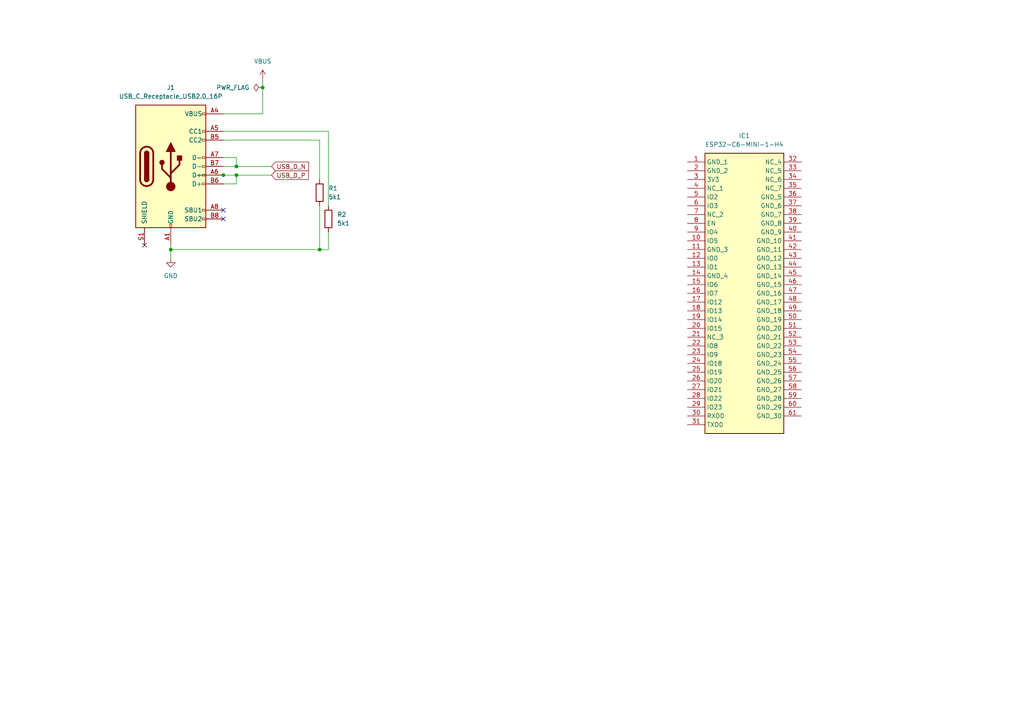
<source format=kicad_sch>
(kicad_sch (version 20250114) (generator "eeschema") (generator_version "9.0")
  (paper "A4")
  (lib_symbols
    (symbol "Connector:USB_C_Receptacle_USB2.0_16P" (pin_names (offset 1.016))
      (property "Reference" "J" (at 0 22.225 0))
      (property "Value" "USB_C_Receptacle_USB2.0_16P" (at 0 19.685 0))
      (symbol "USB_C_Receptacle_USB2.0_16P_0_0"
        (rectangle (start -0.254 -17.78) (end 0.254 -16.764))
        (rectangle (start 10.16 15.494) (end 9.144 14.986))
        (rectangle (start 10.16 10.414) (end 9.144 9.906))
        (rectangle (start 10.16 7.874) (end 9.144 7.366))
        (rectangle (start 10.16 2.794) (end 9.144 2.286))
        (rectangle (start 10.16 0.254) (end 9.144 -0.254))
        (rectangle (start 10.16 -2.286) (end 9.144 -2.794))
        (rectangle (start 10.16 -4.826) (end 9.144 -5.334))
        (rectangle (start 10.16 -12.446) (end 9.144 -12.954))
        (rectangle (start 10.16 -14.986) (end 9.144 -15.494))
      )
      (symbol "USB_C_Receptacle_USB2.0_16P_0_1"
        (rectangle (start -10.16 17.78) (end 10.16 -17.78) (stroke (width 0.254)) (fill (type background)))
        (polyline (pts (xy -8.89 -3.81) (xy -8.89 3.81)) (stroke (width 0.508)))
        (rectangle (start -7.62 -3.81) (end -6.35 3.81) (stroke (width 0.254)) (fill (type outline)))
        (arc (start -7.62 3.81) (mid -6.985 4.4423) (end -6.35 3.81) (stroke (width 0.254)))
        (arc (start -7.62 3.81) (mid -6.985 4.4423) (end -6.35 3.81) (stroke (width 0.254)) (fill (type outline)))
        (arc (start -8.89 3.81) (mid -6.985 5.7067) (end -5.08 3.81) (stroke (width 0.508)))
        (arc (start -5.08 -3.81) (mid -6.985 -5.7067) (end -8.89 -3.81) (stroke (width 0.508)))
        (arc (start -6.35 -3.81) (mid -6.985 -4.4423) (end -7.62 -3.81) (stroke (width 0.254)))
        (arc (start -6.35 -3.81) (mid -6.985 -4.4423) (end -7.62 -3.81) (stroke (width 0.254)) (fill (type outline)))
        (polyline (pts (xy -5.08 3.81) (xy -5.08 -3.81)) (stroke (width 0.508)))
        (circle (center -2.54 1.143) (radius 0.635) (stroke (width 0.254)) (fill (type outline)))
        (polyline (pts (xy -1.27 4.318) (xy 0 6.858) (xy 1.27 4.318) (xy -1.27 4.318)) (stroke (width 0.254)) (fill (type outline)))
        (polyline (pts (xy 0 -2.032) (xy 2.54 0.508) (xy 2.54 1.778)) (stroke (width 0.508)))
        (polyline (pts (xy 0 -3.302) (xy -2.54 -0.762) (xy -2.54 0.508)) (stroke (width 0.508)))
        (polyline (pts (xy 0 -5.842) (xy 0 4.318)) (stroke (width 0.508)))
        (circle (center 0 -5.842) (radius 1.27) (fill (type outline)))
        (rectangle (start 1.905 1.778) (end 3.175 3.048) (stroke (width 0.254)) (fill (type outline)))
      )
      (symbol "USB_C_Receptacle_USB2.0_16P_1_1"
        (pin passive line (at -7.62 -22.86 90) (length 5.08) (name "SHIELD") (number "S1"))
        (pin passive line (at 0 -22.86 90) (length 5.08) (name "GND") (number "A1"))
        (pin passive line (at 0 -22.86 90) (length 5.08) (hide yes) (name "GND") (number "A12"))
        (pin passive line (at 0 -22.86 90) (length 5.08) (hide yes) (name "GND") (number "B1"))
        (pin passive line (at 0 -22.86 90) (length 5.08) (hide yes) (name "GND") (number "B12"))
        (pin passive line (at 15.24 15.24 180) (length 5.08) (name "VBUS") (number "A4"))
        (pin passive line (at 15.24 15.24 180) (length 5.08) (hide yes) (name "VBUS") (number "A9"))
        (pin passive line (at 15.24 15.24 180) (length 5.08) (hide yes) (name "VBUS") (number "B4"))
        (pin passive line (at 15.24 15.24 180) (length 5.08) (hide yes) (name "VBUS") (number "B9"))
        (pin bidirectional line (at 15.24 10.16 180) (length 5.08) (name "CC1") (number "A5"))
        (pin bidirectional line (at 15.24 7.62 180) (length 5.08) (name "CC2") (number "B5"))
        (pin bidirectional line (at 15.24 2.54 180) (length 5.08) (name "D-") (number "A7"))
        (pin bidirectional line (at 15.24 0 180) (length 5.08) (name "D-") (number "B7"))
        (pin bidirectional line (at 15.24 -2.54 180) (length 5.08) (name "D+") (number "A6"))
        (pin bidirectional line (at 15.24 -5.08 180) (length 5.08) (name "D+") (number "B6"))
        (pin bidirectional line (at 15.24 -12.7 180) (length 5.08) (name "SBU1") (number "A8"))
        (pin bidirectional line (at 15.24 -15.24 180) (length 5.08) (name "SBU2") (number "B8"))
      )
    )
    (symbol "Device:R" (pin_numbers (hide yes)) (pin_names (offset 0))
      (property "Reference" "R" (at 2.032 0 90))
      (property "Value" "R" (at 0 0 90))
      (symbol "R_0_1"
        (rectangle (start -1.016 -2.54) (end 1.016 2.54) (stroke (width 0.254)))
      )
      (symbol "R_1_1"
        (pin passive line (at 0 3.81 270) (length 1.27) (name "~") (number "1"))
        (pin passive line (at 0 -3.81 90) (length 1.27) (name "~") (number "2"))
      )
    )
    (symbol "MCU_espressif_moma:ESP32-C6-MINI-1-H4"
      (property "Reference" "IC" (at 29.21 7.62 0))
      (property "Value" "ESP32-C6-MINI-1-H4" (at 29.21 5.08 0))
      (symbol "ESP32-C6-MINI-1-H4_1_1"
        (rectangle (start 5.08 2.54) (end 27.94 -78.74) (stroke (width 0.254)) (fill (type background)))
        (pin passive line (at 0 0 0) (length 5.08) (name "GND_1") (number "1"))
        (pin passive line (at 0 -2.54 0) (length 5.08) (name "GND_2") (number "2"))
        (pin passive line (at 0 -5.08 0) (length 5.08) (name "3V3") (number "3"))
        (pin passive line (at 0 -7.62 0) (length 5.08) (name "NC_1") (number "4"))
        (pin passive line (at 0 -10.16 0) (length 5.08) (name "IO2") (number "5"))
        (pin passive line (at 0 -12.7 0) (length 5.08) (name "IO3") (number "6"))
        (pin passive line (at 0 -15.24 0) (length 5.08) (name "NC_2") (number "7"))
        (pin passive line (at 0 -17.78 0) (length 5.08) (name "EN") (number "8"))
        (pin passive line (at 0 -20.32 0) (length 5.08) (name "IO4") (number "9"))
        (pin passive line (at 0 -22.86 0) (length 5.08) (name "IO5") (number "10"))
        (pin passive line (at 0 -25.4 0) (length 5.08) (name "GND_3") (number "11"))
        (pin passive line (at 0 -27.94 0) (length 5.08) (name "IO0") (number "12"))
        (pin passive line (at 0 -30.48 0) (length 5.08) (name "IO1") (number "13"))
        (pin passive line (at 0 -33.02 0) (length 5.08) (name "GND_4") (number "14"))
        (pin passive line (at 0 -35.56 0) (length 5.08) (name "IO6") (number "15"))
        (pin passive line (at 0 -38.1 0) (length 5.08) (name "IO7") (number "16"))
        (pin passive line (at 0 -40.64 0) (length 5.08) (name "IO12") (number "17"))
        (pin passive line (at 0 -43.18 0) (length 5.08) (name "IO13") (number "18"))
        (pin passive line (at 0 -45.72 0) (length 5.08) (name "IO14") (number "19"))
        (pin passive line (at 0 -48.26 0) (length 5.08) (name "IO15") (number "20"))
        (pin passive line (at 0 -50.8 0) (length 5.08) (name "NC_3") (number "21"))
        (pin passive line (at 0 -53.34 0) (length 5.08) (name "IO8") (number "22"))
        (pin passive line (at 0 -55.88 0) (length 5.08) (name "IO9") (number "23"))
        (pin passive line (at 0 -58.42 0) (length 5.08) (name "IO18") (number "24"))
        (pin passive line (at 0 -60.96 0) (length 5.08) (name "IO19") (number "25"))
        (pin passive line (at 0 -63.5 0) (length 5.08) (name "IO20") (number "26"))
        (pin passive line (at 0 -66.04 0) (length 5.08) (name "IO21") (number "27"))
        (pin passive line (at 0 -68.58 0) (length 5.08) (name "IO22") (number "28"))
        (pin passive line (at 0 -71.12 0) (length 5.08) (name "IO23") (number "29"))
        (pin passive line (at 0 -73.66 0) (length 5.08) (name "RXD0") (number "30"))
        (pin passive line (at 0 -76.2 0) (length 5.08) (name "TXD0") (number "31"))
        (pin passive line (at 33.02 0 180) (length 5.08) (name "NC_4") (number "32"))
        (pin passive line (at 33.02 -2.54 180) (length 5.08) (name "NC_5") (number "33"))
        (pin passive line (at 33.02 -5.08 180) (length 5.08) (name "NC_6") (number "34"))
        (pin passive line (at 33.02 -7.62 180) (length 5.08) (name "NC_7") (number "35"))
        (pin passive line (at 33.02 -10.16 180) (length 5.08) (name "GND_5") (number "36"))
        (pin passive line (at 33.02 -12.7 180) (length 5.08) (name "GND_6") (number "37"))
        (pin passive line (at 33.02 -15.24 180) (length 5.08) (name "GND_7") (number "38"))
        (pin passive line (at 33.02 -17.78 180) (length 5.08) (name "GND_8") (number "39"))
        (pin passive line (at 33.02 -20.32 180) (length 5.08) (name "GND_9") (number "40"))
        (pin passive line (at 33.02 -22.86 180) (length 5.08) (name "GND_10") (number "41"))
        (pin passive line (at 33.02 -25.4 180) (length 5.08) (name "GND_11") (number "42"))
        (pin passive line (at 33.02 -27.94 180) (length 5.08) (name "GND_12") (number "43"))
        (pin passive line (at 33.02 -30.48 180) (length 5.08) (name "GND_13") (number "44"))
        (pin passive line (at 33.02 -33.02 180) (length 5.08) (name "GND_14") (number "45"))
        (pin passive line (at 33.02 -35.56 180) (length 5.08) (name "GND_15") (number "46"))
        (pin passive line (at 33.02 -38.1 180) (length 5.08) (name "GND_16") (number "47"))
        (pin passive line (at 33.02 -40.64 180) (length 5.08) (name "GND_17") (number "48"))
        (pin passive line (at 33.02 -43.18 180) (length 5.08) (name "GND_18") (number "49"))
        (pin passive line (at 33.02 -45.72 180) (length 5.08) (name "GND_19") (number "50"))
        (pin passive line (at 33.02 -48.26 180) (length 5.08) (name "GND_20") (number "51"))
        (pin passive line (at 33.02 -50.8 180) (length 5.08) (name "GND_21") (number "52"))
        (pin passive line (at 33.02 -53.34 180) (length 5.08) (name "GND_22") (number "53"))
        (pin passive line (at 33.02 -55.88 180) (length 5.08) (name "GND_23") (number "54"))
        (pin passive line (at 33.02 -58.42 180) (length 5.08) (name "GND_24") (number "55"))
        (pin passive line (at 33.02 -60.96 180) (length 5.08) (name "GND_25") (number "56"))
        (pin passive line (at 33.02 -63.5 180) (length 5.08) (name "GND_26") (number "57"))
        (pin passive line (at 33.02 -66.04 180) (length 5.08) (name "GND_27") (number "58"))
        (pin passive line (at 33.02 -68.58 180) (length 5.08) (name "GND_28") (number "59"))
        (pin passive line (at 33.02 -71.12 180) (length 5.08) (name "GND_29") (number "60"))
        (pin passive line (at 33.02 -73.66 180) (length 5.08) (name "GND_30") (number "61"))
      )
    )
    (symbol "power:GND" (power) (pin_numbers (hide yes)) (pin_names (offset 0) (hide yes))
      (property "Value" "GND" (at 0 -3.81 0))
      (symbol "GND_0_1"
        (polyline (pts (xy 0 0) (xy 0 -1.27) (xy 1.27 -1.27) (xy 0 -2.54) (xy -1.27 -1.27) (xy 0 -1.27)))
      )
      (symbol "GND_1_1"
        (pin power_in line (at 0 0 270) (length 0) (name "~") (number "1"))
      )
    )
    (symbol "power:PWR_FLAG" (power) (pin_numbers (hide yes)) (pin_names (offset 0) (hide yes))
      (property "Value" "PWR_FLAG" (at 0 3.81 0))
      (symbol "PWR_FLAG_0_0"
        (pin power_out line (at 0 0 90) (length 0) (name "~") (number "1"))
      )
      (symbol "PWR_FLAG_0_1"
        (polyline (pts (xy 0 0) (xy 0 1.27) (xy -1.016 1.905) (xy 0 2.54) (xy 1.016 1.905) (xy 0 1.27)))
      )
    )
    (symbol "power:VCC" (power) (pin_numbers (hide yes)) (pin_names (offset 0) (hide yes))
      (property "Value" "VCC" (at 0 3.556 0))
      (symbol "VCC_0_1"
        (polyline (pts (xy -0.762 1.27) (xy 0 2.54)))
        (polyline (pts (xy 0 2.54) (xy 0.762 1.27)))
        (polyline (pts (xy 0 0) (xy 0 2.54)))
      )
      (symbol "VCC_1_1"
        (pin power_in line (at 0 0 90) (length 0) (name "~") (number "1"))
      )
    )
  )
  (junction (at 49.53 72.39))
  (junction (at 92.71 72.39))
  (junction (at 76.2 25.4))
  (junction (at 64.77 50.8))
  (junction (at 68.58 48.26))
  (junction (at 68.58 50.8))
  (no_connect (at 41.91 71.12))
  (no_connect (at 64.77 63.5))
  (no_connect (at 64.77 60.96))
  (wire (pts (xy 49.53 72.39) (xy 92.71 72.39)))
  (wire (pts (xy 64.77 50.8) (xy 68.58 50.8)))
  (wire (pts (xy 68.58 53.34) (xy 68.58 50.8)))
  (wire (pts (xy 95.25 38.1) (xy 95.25 59.69)))
  (wire (pts (xy 64.77 38.1) (xy 95.25 38.1)))
  (wire (pts (xy 68.58 50.8) (xy 78.74 50.8)))
  (wire (pts (xy 92.71 40.64) (xy 92.71 52.07)))
  (wire (pts (xy 92.71 59.69) (xy 92.71 72.39)))
  (wire (pts (xy 57.15 50.8) (xy 64.77 50.8)))
  (wire (pts (xy 64.77 53.34) (xy 68.58 53.34)))
  (wire (pts (xy 76.2 22.86) (xy 76.2 25.4)))
  (wire (pts (xy 76.2 25.4) (xy 76.2 33.02)))
  (wire (pts (xy 49.53 72.39) (xy 49.53 74.93)))
  (wire (pts (xy 64.77 48.26) (xy 68.58 48.26)))
  (wire (pts (xy 64.77 45.72) (xy 68.58 45.72)))
  (wire (pts (xy 92.71 72.39) (xy 95.25 72.39)))
  (wire (pts (xy 64.77 33.02) (xy 76.2 33.02)))
  (wire (pts (xy 64.77 40.64) (xy 92.71 40.64)))
  (wire (pts (xy 68.58 45.72) (xy 68.58 48.26)))
  (wire (pts (xy 49.53 71.12) (xy 49.53 72.39)))
  (wire (pts (xy 68.58 48.26) (xy 78.74 48.26)))
  (wire (pts (xy 95.25 67.31) (xy 95.25 72.39)))
  (global_label "USB_D_N" (shape input) (at 78.74 48.26 0) (property "Intersheetrefs" "${INTERSHEET_REFS}" (effects (hide yes))))
  (global_label "USB_D_P" (shape input) (at 78.74 50.8 0) (property "Intersheetrefs" "${INTERSHEET_REFS}" (effects (hide yes))))
  (symbol (lib_id "Connector:USB_C_Receptacle_USB2.0_16P") (at 49.53 48.26 0) (unit 1)
    (property "Reference" "J1" (at 49.53 25.4 0))
    (property "Value" "USB_C_Receptacle_USB2.0_16P" (at 49.53 27.94 0))
    (property "Footprint" "Connector_USB:USB_C_Receptacle_GCT_USB4105-xx-A_16P_TopMnt_Horizontal" (effects (hide yes)))
    (property "Datasheet" "https://www.usb.org/sites/default/files/documents/usb_type-c.zip" (effects (hide yes)))
    (property "Description" "USB 2.0-only 16P Type-C Receptacle connector" (effects (hide yes)))
  )
  (symbol (lib_id "Device:R") (at 95.25 63.5 0) (unit 1)
    (property "Reference" "R2" (at 97.79 62.2299 0) (effects (justify left)))
    (property "Value" "5k1" (at 97.79 64.7699 0) (effects (justify left)))
    (property "Footprint" "Resistor_SMD:R_0603_1608Metric" (effects (hide yes)))
    (property "Description" "Resistor" (effects (hide yes)))
  )
  (symbol (lib_id "Device:R") (at 92.71 55.88 0) (unit 1)
    (property "Reference" "R1" (at 95.25 54.6099 0) (effects (justify left)))
    (property "Value" "5k1" (at 95.25 57.1499 0) (effects (justify left)))
    (property "Footprint" "Resistor_SMD:R_0603_1608Metric" (effects (hide yes)))
    (property "Description" "Resistor" (effects (hide yes)))
  )
  (symbol (lib_id "power:GND") (at 49.53 74.93 0) (unit 1)
    (property "Reference" "#PWR01" (effects (hide yes)))
    (property "Value" "GND" (at 49.53 80.01 0))
    (property "Description" "Power symbol creates a global label with name \"GND\" , ground" (effects (hide yes)))
  )
  (symbol (lib_id "power:PWR_FLAG") (at 76.2 25.4 90) (unit 1)
    (property "Reference" "#FLG01" (effects (hide yes)))
    (property "Value" "PWR_FLAG" (at 72.39 25.3999 90) (effects (justify left)))
    (property "Description" "Special symbol for telling ERC where power comes from" (effects (hide yes)))
  )
  (symbol (lib_id "MCU_espressif_moma:ESP32-C6-MINI-1-H4") (at 199.39 46.99 0) (unit 1)
    (property "Reference" "IC1" (at 215.9 39.37 0))
    (property "Value" "ESP32-C6-MINI-1-H4" (at 215.9 41.91 0))
    (property "Footprint" "ESP32C6MINI1H4" (effects (hide yes)))
    (property "Datasheet" "https://www.espressif.com/sites/default/files/documentation/esp32-c6-mini-1_mini-1u_datasheet_en.pdf" (effects (hide yes)))
    (property "Description" "Multiprotocol Modules ESP32-C6 Module, supports Wi-Fi 6 in 2.4 GHz band, Bluetooth 5, Zigbee 3.0 and Thread - -40 to 85C" (effects (hide yes)))
    (property "Height" "2.55" (effects (hide yes)))
    (property "Mouser Part Number" "356-ESP32C6MINI1-H4" (effects (hide yes)))
    (property "Mouser Price/Stock" "https://www.mouser.co.uk/ProductDetail/Espressif-Systems/ESP32-C6-MINI-1-H4?qs=Jm2GQyTW%2Fbgg5ClQiAJNHw%3D%3D" (effects (hide yes)))
    (property "Manufacturer_Name" "Espressif Systems" (effects (hide yes)))
    (property "Manufacturer_Part_Number" "ESP32-C6-MINI-1-H4" (effects (hide yes)))
  )
  (symbol (lib_id "power:VCC") (at 76.2 22.86 0) (unit 1)
    (property "Reference" "#PWR02" (effects (hide yes)))
    (property "Value" "VBUS" (at 76.2 17.78 0))
    (property "Description" "Power symbol creates a global label with name \"VCC\"" (effects (hide yes)))
  )
)
</source>
